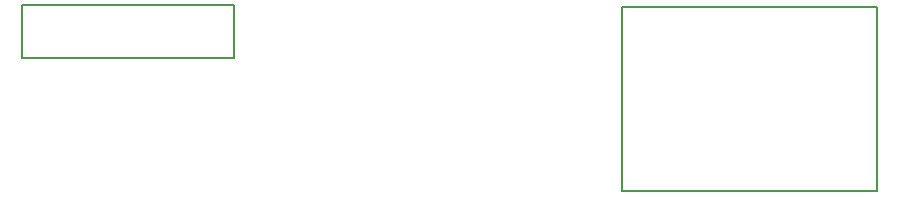
<source format=gbr>
%TF.GenerationSoftware,Altium Limited,Altium Designer,20.0.11 (256)*%
G04 Layer_Color=32896*
%FSLAX26Y26*%
%MOIN*%
%TF.FileFunction,Other,Mechanical_12*%
%TF.Part,Single*%
G01*
G75*
%TA.AperFunction,NonConductor*%
%ADD160C,0.005906*%
D160*
X863465Y889764D02*
Y1066929D01*
X158740Y889764D02*
X863465D01*
X158740D02*
Y1066929D01*
X863465D01*
X3008662Y446693D02*
Y1060866D01*
X2158268Y446693D02*
X3008662D01*
X2158268D02*
Y1060866D01*
X3008662D01*
%TF.MD5,8d16cb078dff478fc2bdfa584a6193ab*%
M02*

</source>
